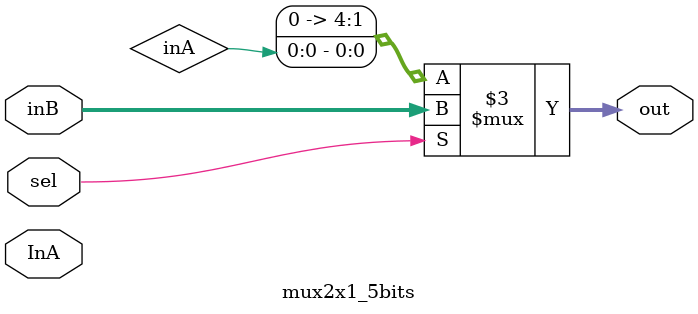
<source format=v>
module mux2x1_5bits(
    input [4:0] InA, inB,
    input sel,
    output [4:0] out
);

assign out = (sel == 1) ? inB : inA;

endmodule

</source>
